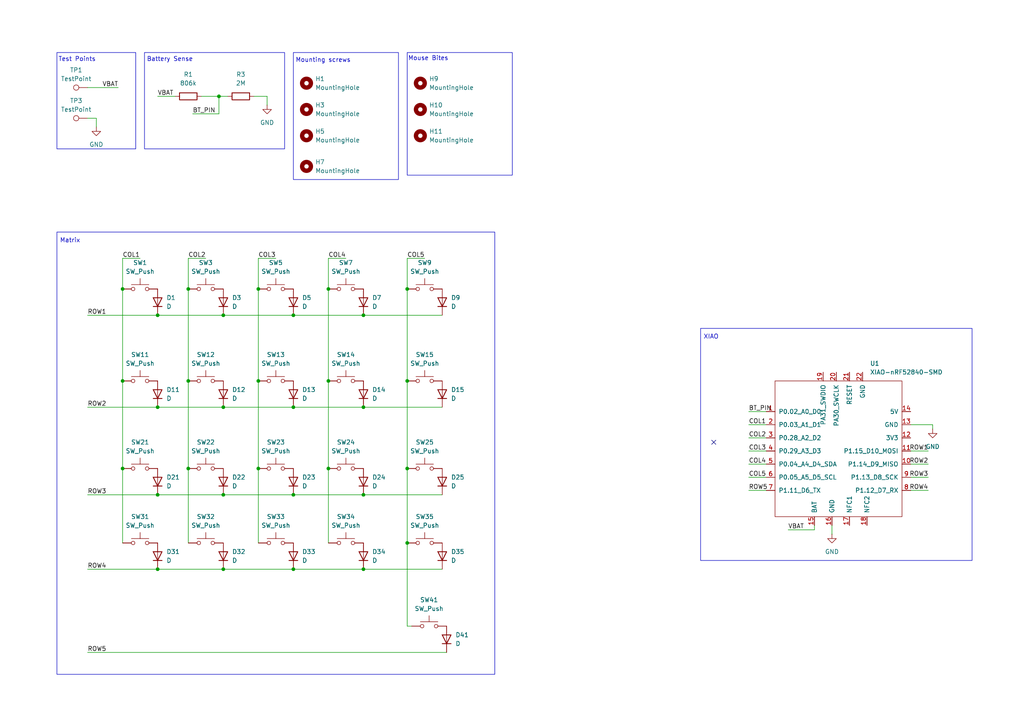
<source format=kicad_sch>
(kicad_sch (version 20250114) (generator "eeschema") (generator_version "9.0")
  (paper "A4")
  (lib_symbols
    (symbol "Connector:TestPoint" (pin_numbers (hide yes)) (pin_names (offset 0.762) (hide yes))
      (property "Reference" "TP" (at 0 6.858 0))
      (property "Value" "TestPoint" (at 0 5.08 0))
      (symbol "TestPoint_0_1"
        (circle (center 0 3.302) (radius 0.762))
      )
      (symbol "TestPoint_1_1"
        (pin passive line (at 0 0 90) (length 2.54) (name "1") (number "1"))
      )
    )
    (symbol "Device:D" (pin_numbers (hide yes)) (pin_names (offset 1.016) (hide yes))
      (property "Reference" "D" (at 0 2.54 0))
      (property "Value" "D" (at 0 -2.54 0))
      (symbol "D_0_1"
        (polyline (pts (xy -1.27 1.27) (xy -1.27 -1.27)) (stroke (width 0.254)))
        (polyline (pts (xy 1.27 1.27) (xy 1.27 -1.27) (xy -1.27 0) (xy 1.27 1.27)) (stroke (width 0.254)))
        (polyline (pts (xy 1.27 0) (xy -1.27 0)))
      )
      (symbol "D_1_1"
        (pin passive line (at -3.81 0 0) (length 2.54) (name "K") (number "1"))
        (pin passive line (at 3.81 0 180) (length 2.54) (name "A") (number "2"))
      )
    )
    (symbol "Device:R" (pin_numbers (hide yes)) (pin_names (offset 0))
      (property "Reference" "R" (at 2.032 0 90))
      (property "Value" "R" (at 0 0 90))
      (symbol "R_0_1"
        (rectangle (start -1.016 -2.54) (end 1.016 2.54) (stroke (width 0.254)))
      )
      (symbol "R_1_1"
        (pin passive line (at 0 3.81 270) (length 1.27) (name "~") (number "1"))
        (pin passive line (at 0 -3.81 90) (length 1.27) (name "~") (number "2"))
      )
    )
    (symbol "Mechanical:MountingHole" (pin_names (offset 1.016)) (in_bom no)
      (property "Reference" "H" (at 0 5.08 0))
      (property "Value" "MountingHole" (at 0 3.175 0))
      (symbol "MountingHole_0_1"
        (circle (center 0 0) (radius 1.27) (stroke (width 1.27)))
      )
    )
    (symbol "OPL:XIAO-nRF52840-SMD" (pin_names (offset 1.016))
      (property "Reference" "U" (at -18.542 23.114 0))
      (property "Value" "XIAO-nRF52840-SMD" (at -8.636 21.336 0))
      (symbol "XIAO-nRF52840-SMD_0_1"
        (rectangle (start -19.05 20.32) (end 17.78 -19.05))
      )
      (symbol "XIAO-nRF52840-SMD_1_1"
        (pin passive line (at -21.59 11.43 0) (length 2.54) (name "P0.02_A0_D0") (number "1"))
        (pin passive line (at -21.59 7.62 0) (length 2.54) (name "P0.03_A1_D1") (number "2"))
        (pin passive line (at -21.59 3.81 0) (length 2.54) (name "P0.28_A2_D2") (number "3"))
        (pin passive line (at -21.59 0 0) (length 2.54) (name "P0.29_A3_D3") (number "4"))
        (pin passive line (at -21.59 -3.81 0) (length 2.54) (name "P0.04_A4_D4_SDA") (number "5"))
        (pin passive line (at -21.59 -7.62 0) (length 2.54) (name "P0.05_A5_D5_SCL") (number "6"))
        (pin passive line (at -21.59 -11.43 0) (length 2.54) (name "P1.11_D6_TX") (number "7"))
        (pin passive line (at -7.62 -21.59 90) (length 2.54) (name "BAT") (number "15"))
        (pin passive line (at -5.08 22.86 270) (length 2.54) (name "PA31_SWDIO") (number "19"))
        (pin passive line (at -2.54 -21.59 90) (length 2.54) (name "GND") (number "16"))
        (pin passive line (at -1.27 22.86 270) (length 2.54) (name "PA30_SWCLK") (number "20"))
        (pin passive line (at 2.54 22.86 270) (length 2.54) (name "RESET") (number "21"))
        (pin passive line (at 2.54 -21.59 90) (length 2.54) (name "NFC1") (number "17"))
        (pin passive line (at 6.35 22.86 270) (length 2.54) (name "GND") (number "22"))
        (pin passive line (at 7.62 -21.59 90) (length 2.54) (name "NFC2") (number "18"))
        (pin passive line (at 20.32 11.43 180) (length 2.54) (name "5V") (number "14"))
        (pin passive line (at 20.32 7.62 180) (length 2.54) (name "GND") (number "13"))
        (pin passive line (at 20.32 3.81 180) (length 2.54) (name "3V3") (number "12"))
        (pin passive line (at 20.32 0 180) (length 2.54) (name "P1.15_D10_MOSI") (number "11"))
        (pin passive line (at 20.32 -3.81 180) (length 2.54) (name "P1.14_D9_MISO") (number "10"))
        (pin passive line (at 20.32 -7.62 180) (length 2.54) (name "P1.13_D8_SCK") (number "9"))
        (pin passive line (at 20.32 -11.43 180) (length 2.54) (name "P1.12_D7_RX") (number "8"))
      )
    )
    (symbol "Switch:SW_Push" (pin_numbers (hide yes)) (pin_names (offset 1.016) (hide yes))
      (property "Reference" "SW" (at 1.27 2.54 0))
      (property "Value" "SW_Push" (at 0 -1.524 0))
      (symbol "SW_Push_0_1"
        (circle (center -2.032 0) (radius 0.508))
        (polyline (pts (xy 0 1.27) (xy 0 3.048)))
        (circle (center 2.032 0) (radius 0.508))
        (polyline (pts (xy 2.54 1.27) (xy -2.54 1.27)))
        (pin passive line (at -5.08 0 0) (length 2.54) (name "1") (number "1"))
        (pin passive line (at 5.08 0 180) (length 2.54) (name "2") (number "2"))
      )
    )
    (symbol "power:GND" (power) (pin_numbers (hide yes)) (pin_names (offset 0) (hide yes))
      (property "Value" "GND" (at 0 -3.81 0))
      (symbol "GND_0_1"
        (polyline (pts (xy 0 0) (xy 0 -1.27) (xy 1.27 -1.27) (xy 0 -2.54) (xy -1.27 -1.27) (xy 0 -1.27)))
      )
      (symbol "GND_1_1"
        (pin power_in line (at 0 0 270) (length 0) (name "~") (number "1"))
      )
    )
  )
  (rectangle (start 85.09 15.24) (end 115.57 52.07))
  (rectangle (start 41.91 15.24) (end 82.55 43.18))
  (rectangle (start 118.11 15.24) (end 148.59 50.8))
  (rectangle (start 16.51 67.31) (end 143.51 195.58))
  (rectangle (start 203.2 95.25) (end 281.94 162.56))
  (rectangle (start 16.51 15.24) (end 39.37 43.18))
  (text "Mounting screws\n" (at 93.726 17.526 0) (effects (font (size 1.27 1.27))))
  (text "Test Points\n" (at 22.352 17.272 0) (effects (font (size 1.27 1.27))))
  (text "XIAO\n" (at 206.248 97.79 0) (effects (font (size 1.27 1.27))))
  (text "Mouse Bites\n" (at 124.206 17.018 0) (effects (font (size 1.27 1.27))))
  (text "Battery Sense\n\n" (at 49.276 18.288 0) (effects (font (size 1.27 1.27))))
  (text "Matrix\n" (at 20.32 69.85 0) (effects (font (size 1.27 1.27))))
  (junction (at 85.09 91.44))
  (junction (at 118.11 110.49))
  (junction (at 85.09 165.1))
  (junction (at 95.25 135.89))
  (junction (at 54.61 135.89))
  (junction (at 95.25 83.82))
  (junction (at 95.25 110.49))
  (junction (at 45.72 91.44))
  (junction (at 64.77 165.1))
  (junction (at 85.09 143.51))
  (junction (at 35.56 135.89))
  (junction (at 64.77 91.44))
  (junction (at 74.93 83.82))
  (junction (at 118.11 83.82))
  (junction (at 105.41 118.11))
  (junction (at 118.11 135.89))
  (junction (at 74.93 135.89))
  (junction (at 35.56 110.49))
  (junction (at 118.11 157.48))
  (junction (at 105.41 165.1))
  (junction (at 45.72 118.11))
  (junction (at 64.77 143.51))
  (junction (at 105.41 91.44))
  (junction (at 54.61 83.82))
  (junction (at 74.93 110.49))
  (junction (at 45.72 143.51))
  (junction (at 45.72 165.1))
  (junction (at 63.5 27.94))
  (junction (at 105.41 143.51))
  (junction (at 64.77 118.11))
  (junction (at 35.56 83.82))
  (junction (at 85.09 118.11))
  (junction (at 54.61 110.49))
  (no_connect (at 207.01 128.27))
  (wire (pts (xy 118.11 157.48) (xy 118.11 181.61)))
  (wire (pts (xy 63.5 27.94) (xy 66.04 27.94)))
  (wire (pts (xy 85.09 91.44) (xy 105.41 91.44)))
  (wire (pts (xy 54.61 74.93) (xy 59.69 74.93)))
  (wire (pts (xy 64.77 118.11) (xy 85.09 118.11)))
  (wire (pts (xy 25.4 91.44) (xy 45.72 91.44)))
  (wire (pts (xy 54.61 83.82) (xy 54.61 110.49)))
  (wire (pts (xy 217.17 134.62) (xy 222.25 134.62)))
  (wire (pts (xy 217.17 127) (xy 222.25 127)))
  (wire (pts (xy 270.51 123.19) (xy 270.51 124.46)))
  (wire (pts (xy 95.25 83.82) (xy 95.25 110.49)))
  (wire (pts (xy 118.11 181.61) (xy 119.38 181.61)))
  (wire (pts (xy 217.17 142.24) (xy 222.25 142.24)))
  (wire (pts (xy 35.56 135.89) (xy 35.56 157.48)))
  (wire (pts (xy 118.11 83.82) (xy 118.11 110.49)))
  (wire (pts (xy 264.16 123.19) (xy 270.51 123.19)))
  (wire (pts (xy 77.47 27.94) (xy 73.66 27.94)))
  (wire (pts (xy 105.41 91.44) (xy 128.27 91.44)))
  (wire (pts (xy 85.09 143.51) (xy 105.41 143.51)))
  (wire (pts (xy 217.17 138.43) (xy 222.25 138.43)))
  (wire (pts (xy 118.11 74.93) (xy 118.11 83.82)))
  (wire (pts (xy 45.72 27.94) (xy 50.8 27.94)))
  (wire (pts (xy 55.88 33.02) (xy 63.5 33.02)))
  (wire (pts (xy 25.4 189.23) (xy 129.54 189.23)))
  (wire (pts (xy 95.25 74.93) (xy 95.25 83.82)))
  (wire (pts (xy 74.93 135.89) (xy 74.93 157.48)))
  (wire (pts (xy 45.72 143.51) (xy 64.77 143.51)))
  (wire (pts (xy 74.93 74.93) (xy 80.01 74.93)))
  (wire (pts (xy 54.61 74.93) (xy 54.61 83.82)))
  (wire (pts (xy 35.56 74.93) (xy 40.64 74.93)))
  (wire (pts (xy 64.77 143.51) (xy 85.09 143.51)))
  (wire (pts (xy 228.6 153.67) (xy 236.22 153.67)))
  (wire (pts (xy 95.25 135.89) (xy 95.25 157.48)))
  (wire (pts (xy 45.72 91.44) (xy 64.77 91.44)))
  (wire (pts (xy 264.16 134.62) (xy 269.24 134.62)))
  (wire (pts (xy 105.41 165.1) (xy 128.27 165.1)))
  (wire (pts (xy 45.72 165.1) (xy 64.77 165.1)))
  (wire (pts (xy 264.16 130.81) (xy 269.24 130.81)))
  (wire (pts (xy 25.4 143.51) (xy 45.72 143.51)))
  (wire (pts (xy 77.47 30.48) (xy 77.47 27.94)))
  (wire (pts (xy 105.41 143.51) (xy 128.27 143.51)))
  (wire (pts (xy 64.77 165.1) (xy 85.09 165.1)))
  (wire (pts (xy 95.25 74.93) (xy 100.33 74.93)))
  (wire (pts (xy 217.17 123.19) (xy 222.25 123.19)))
  (wire (pts (xy 264.16 138.43) (xy 269.24 138.43)))
  (wire (pts (xy 217.17 130.81) (xy 222.25 130.81)))
  (wire (pts (xy 63.5 33.02) (xy 63.5 27.94)))
  (wire (pts (xy 118.11 74.93) (xy 123.19 74.93)))
  (wire (pts (xy 264.16 142.24) (xy 269.24 142.24)))
  (wire (pts (xy 35.56 110.49) (xy 35.56 135.89)))
  (wire (pts (xy 25.4 25.4) (xy 34.29 25.4)))
  (wire (pts (xy 64.77 91.44) (xy 85.09 91.44)))
  (wire (pts (xy 35.56 83.82) (xy 35.56 110.49)))
  (wire (pts (xy 118.11 135.89) (xy 118.11 157.48)))
  (wire (pts (xy 95.25 110.49) (xy 95.25 135.89)))
  (wire (pts (xy 74.93 110.49) (xy 74.93 135.89)))
  (wire (pts (xy 105.41 118.11) (xy 128.27 118.11)))
  (wire (pts (xy 25.4 165.1) (xy 45.72 165.1)))
  (wire (pts (xy 74.93 74.93) (xy 74.93 83.82)))
  (wire (pts (xy 45.72 118.11) (xy 64.77 118.11)))
  (wire (pts (xy 35.56 74.93) (xy 35.56 83.82)))
  (wire (pts (xy 27.94 34.29) (xy 25.4 34.29)))
  (wire (pts (xy 241.3 152.4) (xy 241.3 154.94)))
  (wire (pts (xy 54.61 110.49) (xy 54.61 135.89)))
  (wire (pts (xy 54.61 135.89) (xy 54.61 157.48)))
  (wire (pts (xy 85.09 165.1) (xy 105.41 165.1)))
  (wire (pts (xy 85.09 118.11) (xy 105.41 118.11)))
  (wire (pts (xy 58.42 27.94) (xy 63.5 27.94)))
  (wire (pts (xy 25.4 118.11) (xy 45.72 118.11)))
  (wire (pts (xy 27.94 36.83) (xy 27.94 34.29)))
  (wire (pts (xy 118.11 110.49) (xy 118.11 135.89)))
  (wire (pts (xy 217.17 119.38) (xy 222.25 119.38)))
  (wire (pts (xy 236.22 153.67) (xy 236.22 152.4)))
  (wire (pts (xy 74.93 83.82) (xy 74.93 110.49)))
  (label "BT_PIN" (at 217.17 119.38 0))
  (label "VBAT" (at 34.29 25.4 180))
  (label "COL3" (at 74.93 74.93 0))
  (label "ROW4" (at 269.24 142.24 180))
  (label "VBAT" (at 45.72 27.94 0))
  (label "ROW2" (at 269.24 134.62 180))
  (label "COL2" (at 54.61 74.93 0))
  (label "COL3" (at 217.17 130.81 0))
  (label "ROW5" (at 25.4 189.23 0))
  (label "COL5" (at 118.11 74.93 0))
  (label "ROW1" (at 25.4 91.44 0))
  (label "BT_PIN" (at 55.88 33.02 0))
  (label "ROW2" (at 25.4 118.11 0))
  (label "ROW5" (at 217.17 142.24 0))
  (label "VBAT" (at 228.6 153.67 0))
  (label "COL1" (at 35.56 74.93 0))
  (label "COL5" (at 217.17 138.43 0))
  (label "COL4" (at 95.25 74.93 0))
  (label "ROW1" (at 269.24 130.81 180))
  (label "ROW4" (at 25.4 165.1 0))
  (label "COL1" (at 217.17 123.19 0))
  (label "ROW3" (at 269.24 138.43 180))
  (label "ROW3" (at 25.4 143.51 0))
  (label "COL4" (at 217.17 134.62 0))
  (label "COL2" (at 217.17 127 0))
  (symbol (lib_id "Mechanical:MountingHole") (at 121.92 39.37 0) (unit 1) (in_bom no)
    (property "Reference" "H11" (at 124.46 38.0999 0) (effects (justify left)))
    (property "Value" "MountingHole" (at 124.46 40.6399 0) (effects (justify left)))
    (property "Footprint" "Mouse_Bites:mouse-bite-5mm-slot" (effects (hide yes)))
    (property "Description" "Mounting Hole without connection" (effects (hide yes)))
    (instances (project "DualForm" (path "" (reference "H11") (unit 1)) (path "" (reference "H14") (unit 1))))
  )
  (symbol (lib_id "Device:D") (at 128.27 161.29 90) (unit 1)
    (property "Reference" "D35" (at 130.81 160.0199 90) (effects (justify right)))
    (property "Value" "D" (at 130.81 162.5599 90) (effects (justify right)))
    (property "Footprint" "Diode_SMD:D_SOD-123" (effects (hide yes)))
    (property "Description" "Diode" (effects (hide yes)))
    (property "Sim.Device" "D" (effects (hide yes)))
    (property "Sim.Pins" "1=K 2=A" (effects (hide yes)))
    (instances (project "DualForm" (path "" (reference "D35") (unit 1)) (path "" (reference "D40") (unit 1))))
  )
  (symbol (lib_id "Device:D") (at 45.72 114.3 90) (unit 1)
    (property "Reference" "D11" (at 48.26 113.0299 90) (effects (justify right)))
    (property "Value" "D" (at 48.26 115.5699 90) (effects (justify right)))
    (property "Footprint" "Diode_SMD:D_SOD-123" (effects (hide yes)))
    (property "Description" "Diode" (effects (hide yes)))
    (property "Sim.Device" "D" (effects (hide yes)))
    (property "Sim.Pins" "1=K 2=A" (effects (hide yes)))
    (instances (project "DualForm" (path "" (reference "D11") (unit 1)) (path "" (reference "D16") (unit 1))))
  )
  (symbol (lib_id "Device:R") (at 69.85 27.94 90) (unit 1)
    (property "Reference" "R3" (at 69.85 21.59 90))
    (property "Value" "2M" (at 69.85 24.13 90))
    (property "Footprint" "Resistor_SMD:R_0805_2012Metric" (effects (hide yes)))
    (property "Description" "Resistor" (effects (hide yes)))
    (instances (project "" (path "" (reference "R3") (unit 1)) (path "" (reference "R4") (unit 1))))
  )
  (symbol (lib_id "Switch:SW_Push") (at 59.69 135.89 0) (unit 1)
    (property "Reference" "SW22" (at 59.69 128.27 0))
    (property "Value" "SW_Push" (at 59.69 130.81 0))
    (property "Footprint" "PCM_marbastlib-mx:SW_MX_HS_CPG151101S11_1u" (effects (hide yes)))
    (property "Description" "Push button switch, generic, two pins" (effects (hide yes)))
    (instances (project "DualForm" (path "" (reference "SW22") (unit 1)) (path "" (reference "SW27") (unit 1))))
  )
  (symbol (lib_id "Device:R") (at 54.61 27.94 90) (unit 1)
    (property "Reference" "R1" (at 54.61 21.59 90))
    (property "Value" "806k" (at 54.61 24.13 90))
    (property "Footprint" "Resistor_SMD:R_0805_2012Metric" (effects (hide yes)))
    (property "Description" "Resistor" (effects (hide yes)))
    (instances (project "" (path "" (reference "R1") (unit 1)) (path "" (reference "R2") (unit 1))))
  )
  (symbol (lib_id "Mechanical:MountingHole") (at 121.92 24.13 0) (unit 1) (in_bom no)
    (property "Reference" "H9" (at 124.46 22.8599 0) (effects (justify left)))
    (property "Value" "MountingHole" (at 124.46 25.3999 0) (effects (justify left)))
    (property "Footprint" "Mouse_Bites:mouse-bite-5mm-slot" (effects (hide yes)))
    (property "Description" "Mounting Hole without connection" (effects (hide yes)))
    (instances (project "DualForm" (path "" (reference "H9") (unit 1)) (path "" (reference "H12") (unit 1))))
  )
  (symbol (lib_id "Device:D") (at 105.41 161.29 90) (unit 1)
    (property "Reference" "D34" (at 107.95 160.0199 90) (effects (justify right)))
    (property "Value" "D" (at 107.95 162.5599 90) (effects (justify right)))
    (property "Footprint" "Diode_SMD:D_SOD-123" (effects (hide yes)))
    (property "Description" "Diode" (effects (hide yes)))
    (property "Sim.Device" "D" (effects (hide yes)))
    (property "Sim.Pins" "1=K 2=A" (effects (hide yes)))
    (instances (project "DualForm" (path "" (reference "D34") (unit 1)) (path "" (reference "D39") (unit 1))))
  )
  (symbol (lib_id "Device:D") (at 129.54 185.42 90) (unit 1)
    (property "Reference" "D41" (at 132.08 184.1499 90) (effects (justify right)))
    (property "Value" "D" (at 132.08 186.6899 90) (effects (justify right)))
    (property "Footprint" "Diode_SMD:D_SOD-123" (effects (hide yes)))
    (property "Description" "Diode" (effects (hide yes)))
    (property "Sim.Device" "D" (effects (hide yes)))
    (property "Sim.Pins" "1=K 2=A" (effects (hide yes)))
    (instances (project "DualForm" (path "" (reference "D41") (unit 1)) (path "" (reference "D42") (unit 1))))
  )
  (symbol (lib_id "Switch:SW_Push") (at 100.33 110.49 0) (unit 1)
    (property "Reference" "SW14" (at 100.33 102.87 0))
    (property "Value" "SW_Push" (at 100.33 105.41 0))
    (property "Footprint" "PCM_marbastlib-mx:SW_MX_HS_CPG151101S11_1u" (effects (hide yes)))
    (property "Description" "Push button switch, generic, two pins" (effects (hide yes)))
    (instances (project "DualForm" (path "" (reference "SW14") (unit 1)) (path "" (reference "SW19") (unit 1))))
  )
  (symbol (lib_id "Switch:SW_Push") (at 59.69 110.49 0) (unit 1)
    (property "Reference" "SW12" (at 59.69 102.87 0))
    (property "Value" "SW_Push" (at 59.69 105.41 0))
    (property "Footprint" "PCM_marbastlib-mx:SW_MX_HS_CPG151101S11_1u" (effects (hide yes)))
    (property "Description" "Push button switch, generic, two pins" (effects (hide yes)))
    (instances (project "DualForm" (path "" (reference "SW12") (unit 1)) (path "" (reference "SW17") (unit 1))))
  )
  (symbol (lib_id "Switch:SW_Push") (at 100.33 135.89 0) (unit 1)
    (property "Reference" "SW24" (at 100.33 128.27 0))
    (property "Value" "SW_Push" (at 100.33 130.81 0))
    (property "Footprint" "PCM_marbastlib-mx:SW_MX_HS_CPG151101S11_1u" (effects (hide yes)))
    (property "Description" "Push button switch, generic, two pins" (effects (hide yes)))
    (instances (project "DualForm" (path "" (reference "SW24") (unit 1)) (path "" (reference "SW29") (unit 1))))
  )
  (symbol (lib_id "power:GND") (at 270.51 124.46 0) (unit 1)
    (property "Reference" "#PWR03" (effects (hide yes)))
    (property "Value" "GND" (at 270.51 129.54 0))
    (property "Description" "Power symbol creates a global label with name \"GND\" , ground" (effects (hide yes)))
    (instances (project "" (path "" (reference "#PWR03") (unit 1)) (path "" (reference "#PWR04") (unit 1))))
  )
  (symbol (lib_id "Switch:SW_Push") (at 123.19 83.82 0) (unit 1)
    (property "Reference" "SW9" (at 123.19 76.2 0))
    (property "Value" "SW_Push" (at 123.19 78.74 0))
    (property "Footprint" "PCM_marbastlib-mx:SW_MX_HS_CPG151101S11_1u" (effects (hide yes)))
    (property "Description" "Push button switch, generic, two pins" (effects (hide yes)))
    (instances (project "DualForm" (path "" (reference "SW9") (unit 1)) (path "" (reference "SW10") (unit 1))))
  )
  (symbol (lib_id "Device:D") (at 105.41 139.7 90) (unit 1)
    (property "Reference" "D24" (at 107.95 138.4299 90) (effects (justify right)))
    (property "Value" "D" (at 107.95 140.9699 90) (effects (justify right)))
    (property "Footprint" "Diode_SMD:D_SOD-123" (effects (hide yes)))
    (property "Description" "Diode" (effects (hide yes)))
    (property "Sim.Device" "D" (effects (hide yes)))
    (property "Sim.Pins" "1=K 2=A" (effects (hide yes)))
    (instances (project "DualForm" (path "" (reference "D24") (unit 1)) (path "" (reference "D29") (unit 1))))
  )
  (symbol (lib_id "Device:D") (at 85.09 161.29 90) (unit 1)
    (property "Reference" "D33" (at 87.63 160.0199 90) (effects (justify right)))
    (property "Value" "D" (at 87.63 162.5599 90) (effects (justify right)))
    (property "Footprint" "Diode_SMD:D_SOD-123" (effects (hide yes)))
    (property "Description" "Diode" (effects (hide yes)))
    (property "Sim.Device" "D" (effects (hide yes)))
    (property "Sim.Pins" "1=K 2=A" (effects (hide yes)))
    (instances (project "DualForm" (path "" (reference "D33") (unit 1)) (path "" (reference "D38") (unit 1))))
  )
  (symbol (lib_id "OPL:XIAO-nRF52840-SMD") (at 243.84 130.81 0) (unit 1)
    (property "Reference" "U1" (at 252.3333 105.41 0) (effects (justify left)))
    (property "Value" "XIAO-nRF52840-SMD" (at 252.3333 107.95 0) (effects (justify left)))
    (property "Footprint" "OPL:modified-XIAO-nRF52840-SMD" (effects (hide yes)))
    (instances (project "" (path "" (reference "U1") (unit 1)) (path "" (reference "U2") (unit 1))))
  )
  (symbol (lib_id "Device:D") (at 45.72 87.63 90) (unit 1)
    (property "Reference" "D1" (at 48.26 86.3599 90) (effects (justify right)))
    (property "Value" "D" (at 48.26 88.8999 90) (effects (justify right)))
    (property "Footprint" "Diode_SMD:D_SOD-123" (effects (hide yes)))
    (property "Description" "Diode" (effects (hide yes)))
    (property "Sim.Device" "D" (effects (hide yes)))
    (property "Sim.Pins" "1=K 2=A" (effects (hide yes)))
    (instances (project "" (path "" (reference "D1") (unit 1)) (path "" (reference "D2") (unit 1))))
  )
  (symbol (lib_id "Device:D") (at 45.72 139.7 90) (unit 1)
    (property "Reference" "D21" (at 48.26 138.4299 90) (effects (justify right)))
    (property "Value" "D" (at 48.26 140.9699 90) (effects (justify right)))
    (property "Footprint" "Diode_SMD:D_SOD-123" (effects (hide yes)))
    (property "Description" "Diode" (effects (hide yes)))
    (property "Sim.Device" "D" (effects (hide yes)))
    (property "Sim.Pins" "1=K 2=A" (effects (hide yes)))
    (instances (project "DualForm" (path "" (reference "D21") (unit 1)) (path "" (reference "D26") (unit 1))))
  )
  (symbol (lib_id "Switch:SW_Push") (at 123.19 135.89 0) (unit 1)
    (property "Reference" "SW25" (at 123.19 128.27 0))
    (property "Value" "SW_Push" (at 123.19 130.81 0))
    (property "Footprint" "PCM_marbastlib-mx:SW_MX_HS_CPG151101S11_1u" (effects (hide yes)))
    (property "Description" "Push button switch, generic, two pins" (effects (hide yes)))
    (instances (project "DualForm" (path "" (reference "SW25") (unit 1)) (path "" (reference "SW30") (unit 1))))
  )
  (symbol (lib_id "Device:D") (at 85.09 139.7 90) (unit 1)
    (property "Reference" "D23" (at 87.63 138.4299 90) (effects (justify right)))
    (property "Value" "D" (at 87.63 140.9699 90) (effects (justify right)))
    (property "Footprint" "Diode_SMD:D_SOD-123" (effects (hide yes)))
    (property "Description" "Diode" (effects (hide yes)))
    (property "Sim.Device" "D" (effects (hide yes)))
    (property "Sim.Pins" "1=K 2=A" (effects (hide yes)))
    (instances (project "DualForm" (path "" (reference "D23") (unit 1)) (path "" (reference "D28") (unit 1))))
  )
  (symbol (lib_id "Mechanical:MountingHole") (at 88.9 48.26 0) (unit 1) (in_bom no)
    (property "Reference" "H7" (at 91.44 46.9899 0) (effects (justify left)))
    (property "Value" "MountingHole" (at 91.44 49.5299 0) (effects (justify left)))
    (property "Footprint" "MountingHole:MountingHole_2.2mm_M2" (effects (hide yes)))
    (property "Description" "Mounting Hole without connection" (effects (hide yes)))
    (instances (project "" (path "" (reference "H7") (unit 1)) (path "" (reference "H8") (unit 1))))
  )
  (symbol (lib_id "Device:D") (at 64.77 161.29 90) (unit 1)
    (property "Reference" "D32" (at 67.31 160.0199 90) (effects (justify right)))
    (property "Value" "D" (at 67.31 162.5599 90) (effects (justify right)))
    (property "Footprint" "Diode_SMD:D_SOD-123" (effects (hide yes)))
    (property "Description" "Diode" (effects (hide yes)))
    (property "Sim.Device" "D" (effects (hide yes)))
    (property "Sim.Pins" "1=K 2=A" (effects (hide yes)))
    (instances (project "DualForm" (path "" (reference "D32") (unit 1)) (path "" (reference "D37") (unit 1))))
  )
  (symbol (lib_id "Mechanical:MountingHole") (at 121.92 31.75 0) (unit 1) (in_bom no)
    (property "Reference" "H10" (at 124.46 30.4799 0) (effects (justify left)))
    (property "Value" "MountingHole" (at 124.46 33.0199 0) (effects (justify left)))
    (property "Footprint" "Mouse_Bites:mouse-bite-5mm-slot" (effects (hide yes)))
    (property "Description" "Mounting Hole without connection" (effects (hide yes)))
    (instances (project "DualForm" (path "" (reference "H10") (unit 1)) (path "" (reference "H13") (unit 1))))
  )
  (symbol (lib_id "Switch:SW_Push") (at 123.19 157.48 0) (unit 1)
    (property "Reference" "SW35" (at 123.19 149.86 0))
    (property "Value" "SW_Push" (at 123.19 152.4 0))
    (property "Footprint" "PCM_marbastlib-mx:SW_MX_HS_CPG151101S11_1u" (effects (hide yes)))
    (property "Description" "Push button switch, generic, two pins" (effects (hide yes)))
    (instances (project "DualForm" (path "" (reference "SW35") (unit 1)) (path "" (reference "SW40") (unit 1))))
  )
  (symbol (lib_id "Device:D") (at 45.72 161.29 90) (unit 1)
    (property "Reference" "D31" (at 48.26 160.0199 90) (effects (justify right)))
    (property "Value" "D" (at 48.26 162.5599 90) (effects (justify right)))
    (property "Footprint" "Diode_SMD:D_SOD-123" (effects (hide yes)))
    (property "Description" "Diode" (effects (hide yes)))
    (property "Sim.Device" "D" (effects (hide yes)))
    (property "Sim.Pins" "1=K 2=A" (effects (hide yes)))
    (instances (project "DualForm" (path "" (reference "D31") (unit 1)) (path "" (reference "D36") (unit 1))))
  )
  (symbol (lib_id "Switch:SW_Push") (at 59.69 83.82 0) (unit 1)
    (property "Reference" "SW3" (at 59.69 76.2 0))
    (property "Value" "SW_Push" (at 59.69 78.74 0))
    (property "Footprint" "PCM_marbastlib-mx:SW_MX_HS_CPG151101S11_1u" (effects (hide yes)))
    (property "Description" "Push button switch, generic, two pins" (effects (hide yes)))
    (instances (project "DualForm" (path "" (reference "SW3") (unit 1)) (path "" (reference "SW4") (unit 1))))
  )
  (symbol (lib_id "power:GND") (at 27.94 36.83 0) (unit 1)
    (property "Reference" "#PWR01" (effects (hide yes)))
    (property "Value" "GND" (at 27.94 41.91 0))
    (property "Description" "Power symbol creates a global label with name \"GND\" , ground" (effects (hide yes)))
    (instances (project "" (path "" (reference "#PWR01") (unit 1)) (path "" (reference "#PWR02") (unit 1))))
  )
  (symbol (lib_id "Switch:SW_Push") (at 100.33 83.82 0) (unit 1)
    (property "Reference" "SW7" (at 100.33 76.2 0))
    (property "Value" "SW_Push" (at 100.33 78.74 0))
    (property "Footprint" "PCM_marbastlib-mx:SW_MX_HS_CPG151101S11_1u" (effects (hide yes)))
    (property "Description" "Push button switch, generic, two pins" (effects (hide yes)))
    (instances (project "DualForm" (path "" (reference "SW7") (unit 1)) (path "" (reference "SW8") (unit 1))))
  )
  (symbol (lib_id "Device:D") (at 105.41 114.3 90) (unit 1)
    (property "Reference" "D14" (at 107.95 113.0299 90) (effects (justify right)))
    (property "Value" "D" (at 107.95 115.5699 90) (effects (justify right)))
    (property "Footprint" "Diode_SMD:D_SOD-123" (effects (hide yes)))
    (property "Description" "Diode" (effects (hide yes)))
    (property "Sim.Device" "D" (effects (hide yes)))
    (property "Sim.Pins" "1=K 2=A" (effects (hide yes)))
    (instances (project "DualForm" (path "" (reference "D14") (unit 1)) (path "" (reference "D19") (unit 1))))
  )
  (symbol (lib_id "Device:D") (at 85.09 114.3 90) (unit 1)
    (property "Reference" "D13" (at 87.63 113.0299 90) (effects (justify right)))
    (property "Value" "D" (at 87.63 115.5699 90) (effects (justify right)))
    (property "Footprint" "Diode_SMD:D_SOD-123" (effects (hide yes)))
    (property "Description" "Diode" (effects (hide yes)))
    (property "Sim.Device" "D" (effects (hide yes)))
    (property "Sim.Pins" "1=K 2=A" (effects (hide yes)))
    (instances (project "DualForm" (path "" (reference "D13") (unit 1)) (path "" (reference "D18") (unit 1))))
  )
  (symbol (lib_id "Switch:SW_Push") (at 123.19 110.49 0) (unit 1)
    (property "Reference" "SW15" (at 123.19 102.87 0))
    (property "Value" "SW_Push" (at 123.19 105.41 0))
    (property "Footprint" "PCM_marbastlib-mx:SW_MX_HS_CPG151101S11_1u" (effects (hide yes)))
    (property "Description" "Push button switch, generic, two pins" (effects (hide yes)))
    (instances (project "DualForm" (path "" (reference "SW15") (unit 1)) (path "" (reference "SW20") (unit 1))))
  )
  (symbol (lib_id "Switch:SW_Push") (at 80.01 83.82 0) (unit 1)
    (property "Reference" "SW5" (at 80.01 76.2 0))
    (property "Value" "SW_Push" (at 80.01 78.74 0))
    (property "Footprint" "PCM_marbastlib-mx:SW_MX_HS_CPG151101S11_1u" (effects (hide yes)))
    (property "Description" "Push button switch, generic, two pins" (effects (hide yes)))
    (instances (project "DualForm" (path "" (reference "SW5") (unit 1)) (path "" (reference "SW6") (unit 1))))
  )
  (symbol (lib_id "Device:D") (at 64.77 87.63 90) (unit 1)
    (property "Reference" "D3" (at 67.31 86.3599 90) (effects (justify right)))
    (property "Value" "D" (at 67.31 88.8999 90) (effects (justify right)))
    (property "Footprint" "Diode_SMD:D_SOD-123" (effects (hide yes)))
    (property "Description" "Diode" (effects (hide yes)))
    (property "Sim.Device" "D" (effects (hide yes)))
    (property "Sim.Pins" "1=K 2=A" (effects (hide yes)))
    (instances (project "DualForm" (path "" (reference "D3") (unit 1)) (path "" (reference "D4") (unit 1))))
  )
  (symbol (lib_id "power:GND") (at 241.3 154.94 0) (unit 1)
    (property "Reference" "#PWR05" (effects (hide yes)))
    (property "Value" "GND" (at 241.3 160.02 0))
    (property "Description" "Power symbol creates a global label with name \"GND\" , ground" (effects (hide yes)))
    (instances (project "" (path "" (reference "#PWR05") (unit 1)) (path "" (reference "#PWR06") (unit 1))))
  )
  (symbol (lib_id "Device:D") (at 64.77 114.3 90) (unit 1)
    (property "Reference" "D12" (at 67.31 113.0299 90) (effects (justify right)))
    (property "Value" "D" (at 67.31 115.5699 90) (effects (justify right)))
    (property "Footprint" "Diode_SMD:D_SOD-123" (effects (hide yes)))
    (property "Description" "Diode" (effects (hide yes)))
    (property "Sim.Device" "D" (effects (hide yes)))
    (property "Sim.Pins" "1=K 2=A" (effects (hide yes)))
    (instances (project "DualForm" (path "" (reference "D12") (unit 1)) (path "" (reference "D17") (unit 1))))
  )
  (symbol (lib_id "Device:D") (at 128.27 139.7 90) (unit 1)
    (property "Reference" "D25" (at 130.81 138.4299 90) (effects (justify right)))
    (property "Value" "D" (at 130.81 140.9699 90) (effects (justify right)))
    (property "Footprint" "Diode_SMD:D_SOD-123" (effects (hide yes)))
    (property "Description" "Diode" (effects (hide yes)))
    (property "Sim.Device" "D" (effects (hide yes)))
    (property "Sim.Pins" "1=K 2=A" (effects (hide yes)))
    (instances (project "DualForm" (path "" (reference "D25") (unit 1)) (path "" (reference "D30") (unit 1))))
  )
  (symbol (lib_id "Mechanical:MountingHole") (at 88.9 31.75 0) (unit 1) (in_bom no)
    (property "Reference" "H3" (at 91.44 30.4799 0) (effects (justify left)))
    (property "Value" "MountingHole" (at 91.44 33.0199 0) (effects (justify left)))
    (property "Footprint" "MountingHole:MountingHole_2.2mm_M2" (effects (hide yes)))
    (property "Description" "Mounting Hole without connection" (effects (hide yes)))
    (instances (project "" (path "" (reference "H3") (unit 1)) (path "" (reference "H4") (unit 1))))
  )
  (symbol (lib_id "Connector:TestPoint") (at 25.4 34.29 90) (unit 1)
    (property "Reference" "TP3" (at 22.098 29.21 90))
    (property "Value" "TestPoint" (at 22.098 31.75 90))
    (property "Footprint" "TestPoint:TestPoint_Pad_D2.0mm" (effects (hide yes)))
    (property "Description" "test point" (effects (hide yes)))
    (instances (project "" (path "" (reference "TP3") (unit 1)) (path "" (reference "TP4") (unit 1))))
  )
  (symbol (lib_id "Connector:TestPoint") (at 25.4 25.4 90) (unit 1)
    (property "Reference" "TP1" (at 22.098 20.32 90))
    (property "Value" "TestPoint" (at 22.098 22.86 90))
    (property "Footprint" "TestPoint:TestPoint_Pad_D2.0mm" (effects (hide yes)))
    (property "Description" "test point" (effects (hide yes)))
    (instances (project "" (path "" (reference "TP1") (unit 1)) (path "" (reference "TP2") (unit 1))))
  )
  (symbol (lib_id "Switch:SW_Push") (at 80.01 157.48 0) (unit 1)
    (property "Reference" "SW33" (at 80.01 149.86 0))
    (property "Value" "SW_Push" (at 80.01 152.4 0))
    (property "Footprint" "PCM_marbastlib-mx:SW_MX_HS_CPG151101S11_1u" (effects (hide yes)))
    (property "Description" "Push button switch, generic, two pins" (effects (hide yes)))
    (instances (project "DualForm" (path "" (reference "SW33") (unit 1)) (path "" (reference "SW38") (unit 1))))
  )
  (symbol (lib_id "Switch:SW_Push") (at 100.33 157.48 0) (unit 1)
    (property "Reference" "SW34" (at 100.33 149.86 0))
    (property "Value" "SW_Push" (at 100.33 152.4 0))
    (property "Footprint" "PCM_marbastlib-mx:SW_MX_HS_CPG151101S11_1u" (effects (hide yes)))
    (property "Description" "Push button switch, generic, two pins" (effects (hide yes)))
    (instances (project "DualForm" (path "" (reference "SW34") (unit 1)) (path "" (reference "SW39") (unit 1))))
  )
  (symbol (lib_id "Switch:SW_Push") (at 40.64 135.89 0) (unit 1)
    (property "Reference" "SW21" (at 40.64 128.27 0))
    (property "Value" "SW_Push" (at 40.64 130.81 0))
    (property "Footprint" "PCM_marbastlib-mx:SW_MX_HS_CPG151101S11_1u" (effects (hide yes)))
    (property "Description" "Push button switch, generic, two pins" (effects (hide yes)))
    (instances (project "DualForm" (path "" (reference "SW21") (unit 1)) (path "" (reference "SW26") (unit 1))))
  )
  (symbol (lib_id "power:GND") (at 77.47 30.48 0) (unit 1)
    (property "Reference" "#PWR07" (effects (hide yes)))
    (property "Value" "GND" (at 77.47 35.56 0))
    (property "Description" "Power symbol creates a global label with name \"GND\" , ground" (effects (hide yes)))
    (instances (project "" (path "" (reference "#PWR07") (unit 1)) (path "" (reference "#PWR08") (unit 1))))
  )
  (symbol (lib_id "Device:D") (at 105.41 87.63 90) (unit 1)
    (property "Reference" "D7" (at 107.95 86.3599 90) (effects (justify right)))
    (property "Value" "D" (at 107.95 88.8999 90) (effects (justify right)))
    (property "Footprint" "Diode_SMD:D_SOD-123" (effects (hide yes)))
    (property "Description" "Diode" (effects (hide yes)))
    (property "Sim.Device" "D" (effects (hide yes)))
    (property "Sim.Pins" "1=K 2=A" (effects (hide yes)))
    (instances (project "DualForm" (path "" (reference "D7") (unit 1)) (path "" (reference "D8") (unit 1))))
  )
  (symbol (lib_id "Switch:SW_Push") (at 40.64 157.48 0) (unit 1)
    (property "Reference" "SW31" (at 40.64 149.86 0))
    (property "Value" "SW_Push" (at 40.64 152.4 0))
    (property "Footprint" "PCM_marbastlib-mx:SW_MX_HS_CPG151101S11_1u" (effects (hide yes)))
    (property "Description" "Push button switch, generic, two pins" (effects (hide yes)))
    (instances (project "DualForm" (path "" (reference "SW31") (unit 1)) (path "" (reference "SW36") (unit 1))))
  )
  (symbol (lib_id "Switch:SW_Push") (at 59.69 157.48 0) (unit 1)
    (property "Reference" "SW32" (at 59.69 149.86 0))
    (property "Value" "SW_Push" (at 59.69 152.4 0))
    (property "Footprint" "PCM_marbastlib-mx:SW_MX_HS_CPG151101S11_1u" (effects (hide yes)))
    (property "Description" "Push button switch, generic, two pins" (effects (hide yes)))
    (instances (project "DualForm" (path "" (reference "SW32") (unit 1)) (path "" (reference "SW37") (unit 1))))
  )
  (symbol (lib_id "Device:D") (at 128.27 114.3 90) (unit 1)
    (property "Reference" "D15" (at 130.81 113.0299 90) (effects (justify right)))
    (property "Value" "D" (at 130.81 115.5699 90) (effects (justify right)))
    (property "Footprint" "Diode_SMD:D_SOD-123" (effects (hide yes)))
    (property "Description" "Diode" (effects (hide yes)))
    (property "Sim.Device" "D" (effects (hide yes)))
    (property "Sim.Pins" "1=K 2=A" (effects (hide yes)))
    (instances (project "DualForm" (path "" (reference "D15") (unit 1)) (path "" (reference "D20") (unit 1))))
  )
  (symbol (lib_id "Device:D") (at 128.27 87.63 90) (unit 1)
    (property "Reference" "D9" (at 130.81 86.3599 90) (effects (justify right)))
    (property "Value" "D" (at 130.81 88.8999 90) (effects (justify right)))
    (property "Footprint" "Diode_SMD:D_SOD-123" (effects (hide yes)))
    (property "Description" "Diode" (effects (hide yes)))
    (property "Sim.Device" "D" (effects (hide yes)))
    (property "Sim.Pins" "1=K 2=A" (effects (hide yes)))
    (instances (project "DualForm" (path "" (reference "D9") (unit 1)) (path "" (reference "D10") (unit 1))))
  )
  (symbol (lib_id "Device:D") (at 85.09 87.63 90) (unit 1)
    (property "Reference" "D5" (at 87.63 86.3599 90) (effects (justify right)))
    (property "Value" "D" (at 87.63 88.8999 90) (effects (justify right)))
    (property "Footprint" "Diode_SMD:D_SOD-123" (effects (hide yes)))
    (property "Description" "Diode" (effects (hide yes)))
    (property "Sim.Device" "D" (effects (hide yes)))
    (property "Sim.Pins" "1=K 2=A" (effects (hide yes)))
    (instances (project "DualForm" (path "" (reference "D5") (unit 1)) (path "" (reference "D6") (unit 1))))
  )
  (symbol (lib_id "Device:D") (at 64.77 139.7 90) (unit 1)
    (property "Reference" "D22" (at 67.31 138.4299 90) (effects (justify right)))
    (property "Value" "D" (at 67.31 140.9699 90) (effects (justify right)))
    (property "Footprint" "Diode_SMD:D_SOD-123" (effects (hide yes)))
    (property "Description" "Diode" (effects (hide yes)))
    (property "Sim.Device" "D" (effects (hide yes)))
    (property "Sim.Pins" "1=K 2=A" (effects (hide yes)))
    (instances (project "DualForm" (path "" (reference "D22") (unit 1)) (path "" (reference "D27") (unit 1))))
  )
  (symbol (lib_id "Mechanical:MountingHole") (at 88.9 24.13 0) (unit 1) (in_bom no)
    (property "Reference" "H1" (at 91.44 22.8599 0) (effects (justify left)))
    (property "Value" "MountingHole" (at 91.44 25.3999 0) (effects (justify left)))
    (property "Footprint" "MountingHole:MountingHole_2.2mm_M2" (effects (hide yes)))
    (property "Description" "Mounting Hole without connection" (effects (hide yes)))
    (instances (project "" (path "" (reference "H1") (unit 1)) (path "" (reference "H2") (unit 1))))
  )
  (symbol (lib_id "Switch:SW_Push") (at 40.64 110.49 0) (unit 1)
    (property "Reference" "SW11" (at 40.64 102.87 0))
    (property "Value" "SW_Push" (at 40.64 105.41 0))
    (property "Footprint" "PCM_marbastlib-mx:SW_MX_HS_CPG151101S11_1u" (effects (hide yes)))
    (property "Description" "Push button switch, generic, two pins" (effects (hide yes)))
    (instances (project "DualForm" (path "" (reference "SW11") (unit 1)) (path "" (reference "SW16") (unit 1))))
  )
  (symbol (lib_id "Switch:SW_Push") (at 124.46 181.61 0) (unit 1)
    (property "Reference" "SW41" (at 124.46 173.99 0))
    (property "Value" "SW_Push" (at 124.46 176.53 0))
    (property "Footprint" "PCM_marbastlib-mx:SW_MX_HS_CPG151101S11_1u" (effects (hide yes)))
    (property "Description" "Push button switch, generic, two pins" (effects (hide yes)))
    (instances (project "DualForm" (path "" (reference "SW41") (unit 1)) (path "" (reference "SW42") (unit 1))))
  )
  (symbol (lib_id "Mechanical:MountingHole") (at 88.9 39.37 0) (unit 1) (in_bom no)
    (property "Reference" "H5" (at 91.44 38.0999 0) (effects (justify left)))
    (property "Value" "MountingHole" (at 91.44 40.6399 0) (effects (justify left)))
    (property "Footprint" "MountingHole:MountingHole_2.2mm_M2" (effects (hide yes)))
    (property "Description" "Mounting Hole without connection" (effects (hide yes)))
    (instances (project "" (path "" (reference "H5") (unit 1)) (path "" (reference "H6") (unit 1))))
  )
  (symbol (lib_id "Switch:SW_Push") (at 40.64 83.82 0) (unit 1)
    (property "Reference" "SW1" (at 40.64 76.2 0))
    (property "Value" "SW_Push" (at 40.64 78.74 0))
    (property "Footprint" "PCM_marbastlib-mx:SW_MX_HS_CPG151101S11_1u" (effects (hide yes)))
    (property "Description" "Push button switch, generic, two pins" (effects (hide yes)))
    (instances (project "" (path "" (reference "SW1") (unit 1)) (path "" (reference "SW2") (unit 1))))
  )
  (symbol (lib_id "Switch:SW_Push") (at 80.01 110.49 0) (unit 1)
    (property "Reference" "SW13" (at 80.01 102.87 0))
    (property "Value" "SW_Push" (at 80.01 105.41 0))
    (property "Footprint" "PCM_marbastlib-mx:SW_MX_HS_CPG151101S11_1u" (effects (hide yes)))
    (property "Description" "Push button switch, generic, two pins" (effects (hide yes)))
    (instances (project "DualForm" (path "" (reference "SW13") (unit 1)) (path "" (reference "SW18") (unit 1))))
  )
  (symbol (lib_id "Switch:SW_Push") (at 80.01 135.89 0) (unit 1)
    (property "Reference" "SW23" (at 80.01 128.27 0))
    (property "Value" "SW_Push" (at 80.01 130.81 0))
    (property "Footprint" "PCM_marbastlib-mx:SW_MX_HS_CPG151101S11_1u" (effects (hide yes)))
    (property "Description" "Push button switch, generic, two pins" (effects (hide yes)))
    (instances (project "DualForm" (path "" (reference "SW23") (unit 1)) (path "" (reference "SW28") (unit 1))))
  )
)
</source>
